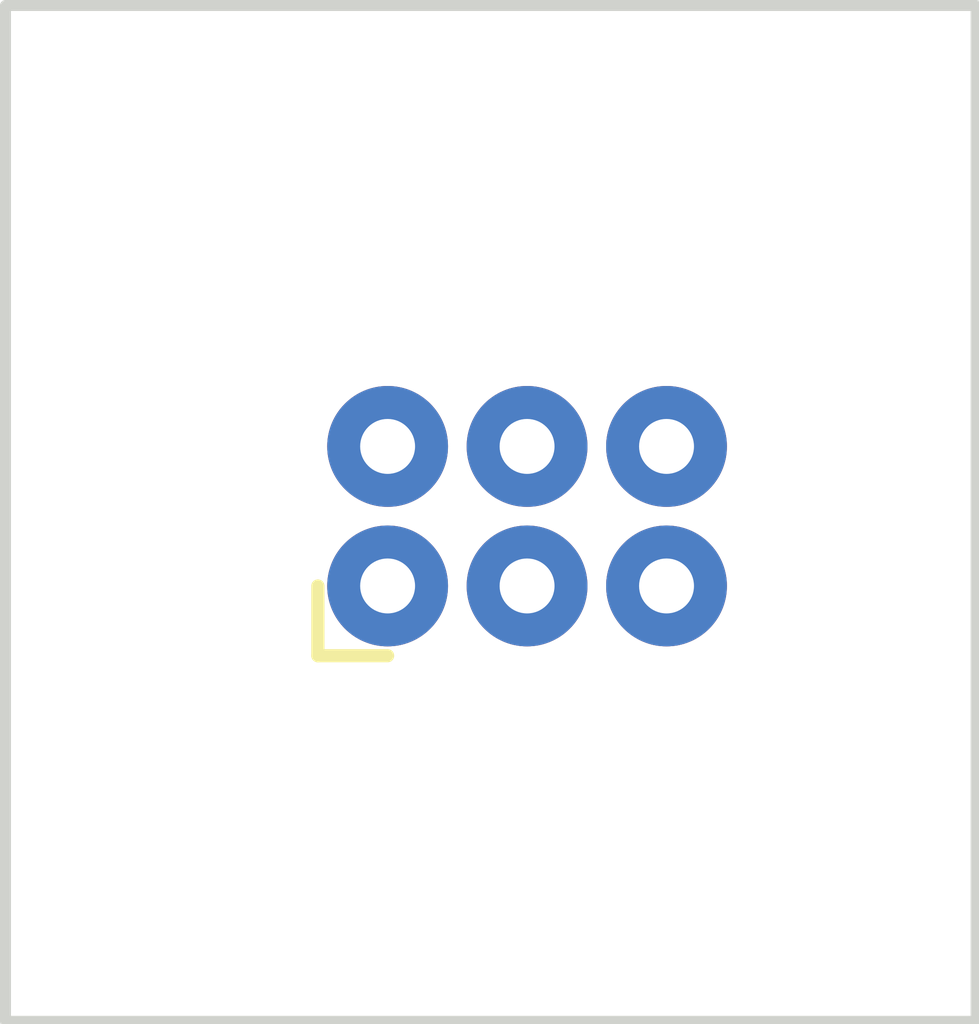
<source format=kicad_pcb>
(kicad_pcb (version 20221018) (generator pcbnew)
  (layers (0 "F.Cu" signal) (31 "B.Cu" signal) (34 "B.Paste" user) (35 "F.Paste" user) (36 "B.SilkS" user "B.Silkscreen") (37 "F.SilkS" user "F.Silkscreen") (38 "B.Mask" user) (39 "F.Mask" user) (44 "Edge.Cuts" user))
  (net 0 "")
  (footprint "Connector:Tag-Connect_TC2030-IDC-FP_2x03_P1.27mm_Vertical" (layer "F.Cu") (at 20.4216 19.7104)
    (fp_text reference "REF**" hide)
    (fp_text value "Tag-Connect_TC2030-IDC-FP_2x03_P1.27mm_Vertical" hide)
    (fp_line (start -1.905 1.27) (end -1.905 0.635) (stroke (width 0.12)) (layer "F.SilkS"))
    (fp_line (start -1.27 1.27) (end -1.905 1.27) (stroke (width 0.12)) (layer "F.SilkS"))
    (pad "" np_thru_hole circle (at -2.54 -2.54) (size 2.4 2.4) (drill 2.4) (layers "F&B.Cu" "*.Mask"))
    (pad "" np_thru_hole circle (at -2.54 0) (size 1 1) (drill 1) (layers "F&B.Cu" "*.Mask"))
    (pad "" np_thru_hole circle (at -2.54 2.54) (size 2.4 2.4) (drill 2.4) (layers "F&B.Cu" "*.Mask"))
    (pad "" np_thru_hole circle (at -1.27 -0.635) (size 1.1 1.1) (drill 0.5) (layers "F&B.Cu" "*.Mask"))
    (pad "" np_thru_hole circle (at -1.27 0.635) (size 1.1 1.1) (drill 0.5) (layers "F&B.Cu" "*.Mask"))
    (pad "" np_thru_hole circle (at 0.635 -2.54) (size 2.4 2.4) (drill 2.4) (layers "F&B.Cu" "*.Mask"))
    (pad "" np_thru_hole circle (at 0.635 2.54) (size 2.4 2.4) (drill 2.4) (layers "F&B.Cu" "*.Mask"))
    (pad "" np_thru_hole circle (at 2.54 -1.016) (size 1 1) (drill 1) (layers "F&B.Cu" "*.Mask"))
    (pad "" np_thru_hole circle (at 2.54 1.016) (size 1 1) (drill 1) (layers "F&B.Cu" "*.Mask"))
    (pad "3" np_thru_hole circle (at 0 0.635) (size 1.1 1.1) (drill 0.5) (layers "F&B.Cu" "*.Mask"))
    (pad "4" np_thru_hole circle (at 0 -0.635) (size 1.1 1.1) (drill 0.5) (layers "F&B.Cu" "*.Mask"))
    (pad "5" np_thru_hole circle (at 1.27 0.635) (size 1.1 1.1) (drill 0.5) (layers "F&B.Cu" "*.Mask"))
    (pad "6" np_thru_hole circle (at 1.27 -0.635) (size 1.1 1.1) (drill 0.5) (layers "F&B.Cu" "*.Mask"))
  )
  (gr_rect (start 15.6718 15.0622) (end 24.511 24.3078) (stroke (width 0.1)) (fill none) (layer "Edge.Cuts"))
)
</source>
